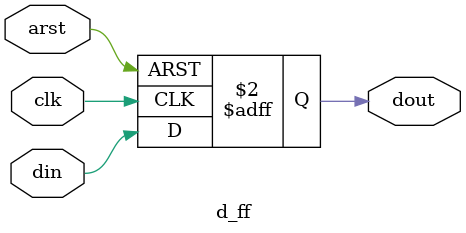
<source format=v>
`timescale 1ns / 1ps

module d_ff(
 input clk,
 input arst,
 input din,
 output reg dout
    );
    
    always @(posedge clk or posedge arst)
    begin
      if(arst)
         dout <= 'd0;
      else
        dout <= din;
    end 
    
endmodule


</source>
